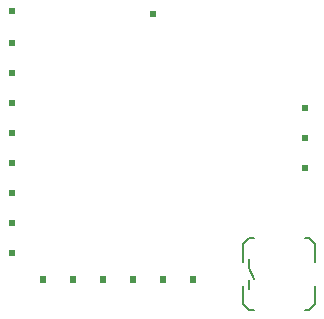
<source format=gbr>
G04 DipTrace 2.4.0.2*
%INTopAssy.gbr*%
%MOMM*%
%ADD17C,0.203*%
%FSLAX53Y53*%
G04*
G71*
G90*
G75*
G01*
%LNTopAssy*%
%LPD*%
G36*
X28108Y17286D2*
X27600D1*
Y17794D1*
X28108D1*
Y17286D1*
G37*
G36*
Y14746D2*
X27600D1*
Y15254D1*
X28108D1*
Y14746D1*
G37*
G36*
Y12206D2*
X27600D1*
Y12714D1*
X28108D1*
Y12206D1*
G37*
X28715Y4475D2*
D17*
Y5999D1*
X28206Y6506D1*
Y410D2*
X28715Y918D1*
Y2442D1*
X23127Y6506D2*
X22618Y5999D1*
Y4475D1*
X23127Y410D2*
X22618Y918D1*
Y2442D1*
X28206Y410D2*
X27826D1*
X23127D2*
X23507D1*
X23127Y6506D2*
X23507D1*
X28206D2*
X27826D1*
X23127Y4728D2*
Y3966D1*
Y2951D2*
Y2188D1*
Y3966D2*
X23507Y3077D1*
G36*
X3276Y20220D2*
X2768D1*
Y20728D1*
X3276D1*
Y20220D1*
G37*
G36*
Y17680D2*
X2768D1*
Y18188D1*
X3276D1*
Y17680D1*
G37*
G36*
Y15140D2*
X2768D1*
Y15648D1*
X3276D1*
Y15140D1*
G37*
G36*
Y12600D2*
X2768D1*
Y13108D1*
X3276D1*
Y12600D1*
G37*
G36*
Y10060D2*
X2768D1*
Y10568D1*
X3276D1*
Y10060D1*
G37*
G36*
Y7520D2*
X2768D1*
Y8028D1*
X3276D1*
Y7520D1*
G37*
G36*
Y4980D2*
X2768D1*
Y5488D1*
X3276D1*
Y4980D1*
G37*
G36*
Y22760D2*
X2768D1*
Y23268D1*
X3276D1*
Y22760D1*
G37*
G36*
X2776Y25447D2*
X3284D1*
Y25955D1*
X2776D1*
Y25447D1*
G37*
G36*
X14746Y25266D2*
X15254D1*
Y25774D1*
X14746D1*
Y25266D1*
G37*
G36*
X5358Y2729D2*
X5942D1*
Y3314D1*
X5358D1*
Y2729D1*
G37*
G36*
X7897D2*
X8483D1*
Y3314D1*
X7897D1*
Y2729D1*
G37*
G36*
X10438D2*
X11022D1*
Y3314D1*
X10438D1*
Y2729D1*
G37*
G36*
X12978D2*
X13562D1*
Y3314D1*
X12978D1*
Y2729D1*
G37*
G36*
X15517D2*
X16103D1*
Y3314D1*
X15517D1*
Y2729D1*
G37*
G36*
X18058D2*
X18642D1*
Y3314D1*
X18058D1*
Y2729D1*
G37*
M02*

</source>
